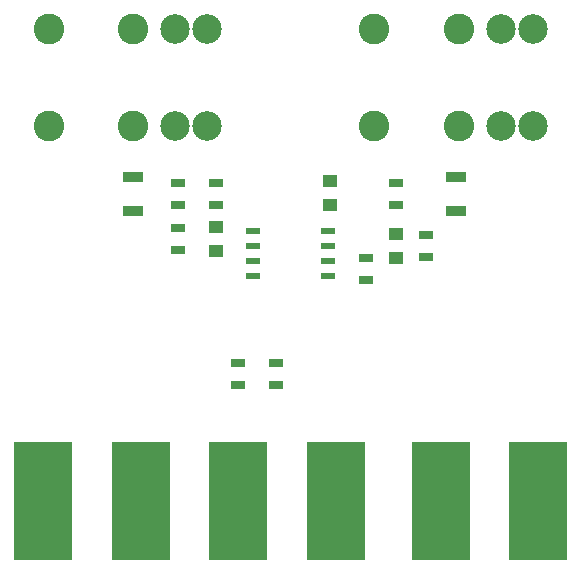
<source format=gbr>
%TF.GenerationSoftware,KiCad,Pcbnew,7.0.1*%
%TF.CreationDate,2024-03-13T10:09:07+01:00*%
%TF.ProjectId,bar_test_proto,6261725f-7465-4737-945f-70726f746f2e,rev?*%
%TF.SameCoordinates,Original*%
%TF.FileFunction,Soldermask,Top*%
%TF.FilePolarity,Negative*%
%FSLAX46Y46*%
G04 Gerber Fmt 4.6, Leading zero omitted, Abs format (unit mm)*
G04 Created by KiCad (PCBNEW 7.0.1) date 2024-03-13 10:09:07*
%MOMM*%
%LPD*%
G01*
G04 APERTURE LIST*
%ADD10R,5.000000X10.000000*%
%ADD11R,1.300000X0.700000*%
%ADD12C,2.600000*%
%ADD13C,2.500000*%
%ADD14R,1.250000X1.000000*%
%ADD15R,1.700000X0.900000*%
%ADD16R,1.143000X0.508000*%
G04 APERTURE END LIST*
D10*
%TO.C,ADC1*%
X149225000Y-94615000D03*
%TD*%
D11*
%TO.C,R7*%
X154305000Y-69530000D03*
X154305000Y-67630000D03*
%TD*%
%TO.C,R9*%
X144145000Y-84770000D03*
X144145000Y-82870000D03*
%TD*%
%TO.C,R10*%
X140970000Y-82870000D03*
X140970000Y-84770000D03*
%TD*%
%TO.C,R6*%
X156845000Y-72075000D03*
X156845000Y-73975000D03*
%TD*%
D10*
%TO.C,+12V*%
X132715000Y-94615000D03*
%TD*%
D12*
%TO.C,CON2*%
X152475000Y-54610000D03*
X152475000Y-62840000D03*
X159655000Y-54610000D03*
X159655000Y-62840000D03*
D13*
X163195000Y-54610000D03*
X163195000Y-62840000D03*
X165925000Y-54610000D03*
X165925000Y-62840000D03*
%TD*%
D10*
%TO.C,ADC2*%
X158115000Y-94615000D03*
%TD*%
D11*
%TO.C,R3*%
X135890000Y-69530000D03*
X135890000Y-67630000D03*
%TD*%
D12*
%TO.C,CON1*%
X124900000Y-54610000D03*
X124900000Y-62840000D03*
X132080000Y-54610000D03*
X132080000Y-62840000D03*
D13*
X135620000Y-54610000D03*
X135620000Y-62840000D03*
X138350000Y-54610000D03*
X138350000Y-62840000D03*
%TD*%
D10*
%TO.C,GND*%
X166370000Y-94615000D03*
%TD*%
D14*
%TO.C,C3*%
X148752504Y-69540534D03*
X148752504Y-67540534D03*
%TD*%
%TO.C,C2*%
X154305000Y-74025000D03*
X154305000Y-72025000D03*
%TD*%
D15*
%TO.C,R2*%
X132080000Y-70030000D03*
X132080000Y-67130000D03*
%TD*%
%TO.C,R8*%
X159385000Y-70030000D03*
X159385000Y-67130000D03*
%TD*%
D10*
%TO.C,+24V*%
X124460000Y-94615000D03*
%TD*%
%TO.C,Vref*%
X140970000Y-94615000D03*
%TD*%
D11*
%TO.C,R1*%
X139065000Y-69530000D03*
X139065000Y-67630000D03*
%TD*%
D16*
%TO.C,U1*%
X142240000Y-71755000D03*
X142240000Y-73025000D03*
X142240000Y-74295000D03*
X142240000Y-75565000D03*
X148590000Y-75565000D03*
X148590000Y-74295000D03*
X148590000Y-73025000D03*
X148590000Y-71755000D03*
%TD*%
D14*
%TO.C,C1*%
X139065000Y-73390000D03*
X139065000Y-71390000D03*
%TD*%
D11*
%TO.C,R4*%
X135890000Y-71440000D03*
X135890000Y-73340000D03*
%TD*%
%TO.C,R5*%
X151765000Y-75880000D03*
X151765000Y-73980000D03*
%TD*%
M02*

</source>
